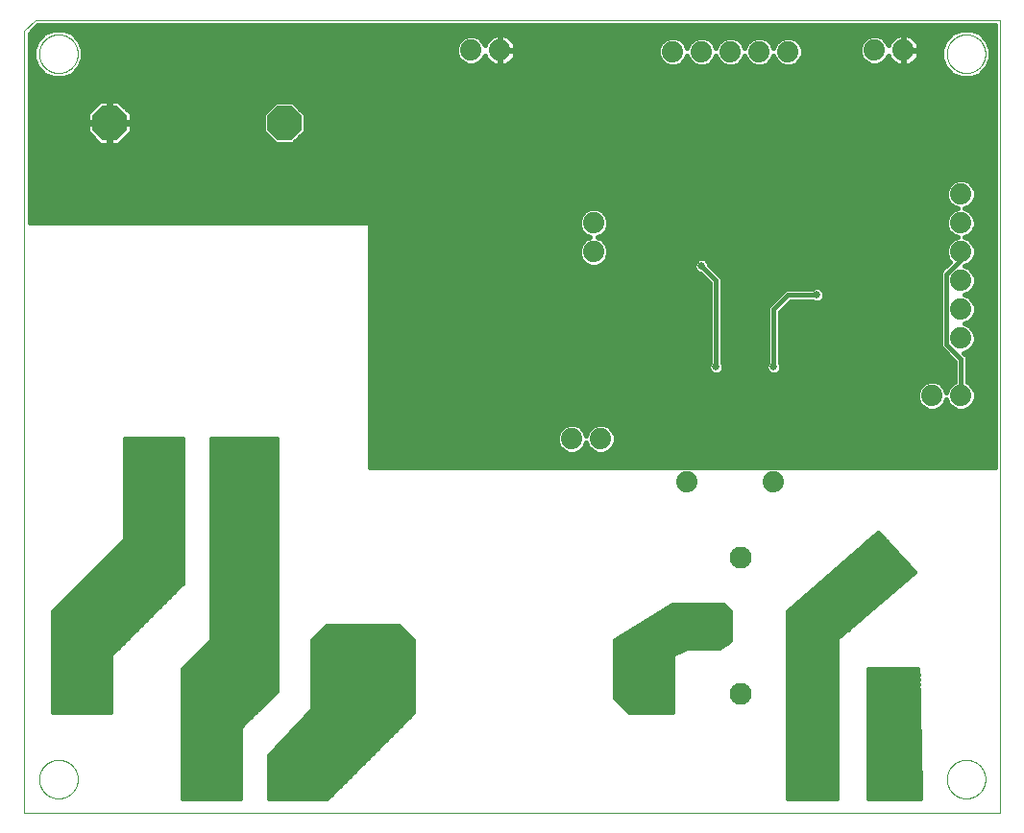
<source format=gbl>
G75*
%MOIN*%
%OFA0B0*%
%FSLAX25Y25*%
%IPPOS*%
%LPD*%
%AMOC8*
5,1,8,0,0,1.08239X$1,22.5*
%
%ADD10C,0.00000*%
%ADD11C,0.07400*%
%ADD12C,0.10000*%
%ADD13OC8,0.11811*%
%ADD14R,0.08000X0.08000*%
%ADD15C,0.08000*%
%ADD16C,0.07677*%
%ADD17OC8,0.05200*%
%ADD18C,0.02578*%
%ADD19C,0.01600*%
D10*
X0035219Y0001892D02*
X0035219Y0273546D01*
X0039156Y0277483D01*
X0373802Y0277483D01*
X0373802Y0001892D01*
X0035219Y0001892D01*
X0040337Y0013703D02*
X0040339Y0013867D01*
X0040345Y0014031D01*
X0040355Y0014195D01*
X0040369Y0014359D01*
X0040387Y0014522D01*
X0040409Y0014685D01*
X0040436Y0014847D01*
X0040466Y0015009D01*
X0040500Y0015169D01*
X0040538Y0015329D01*
X0040579Y0015488D01*
X0040625Y0015646D01*
X0040675Y0015802D01*
X0040728Y0015958D01*
X0040785Y0016112D01*
X0040846Y0016264D01*
X0040911Y0016415D01*
X0040980Y0016565D01*
X0041052Y0016712D01*
X0041127Y0016858D01*
X0041207Y0017002D01*
X0041289Y0017144D01*
X0041375Y0017284D01*
X0041465Y0017421D01*
X0041558Y0017557D01*
X0041654Y0017690D01*
X0041754Y0017821D01*
X0041856Y0017949D01*
X0041962Y0018075D01*
X0042071Y0018198D01*
X0042183Y0018318D01*
X0042297Y0018436D01*
X0042415Y0018550D01*
X0042535Y0018662D01*
X0042658Y0018771D01*
X0042784Y0018877D01*
X0042912Y0018979D01*
X0043043Y0019079D01*
X0043176Y0019175D01*
X0043312Y0019268D01*
X0043449Y0019358D01*
X0043589Y0019444D01*
X0043731Y0019526D01*
X0043875Y0019606D01*
X0044021Y0019681D01*
X0044168Y0019753D01*
X0044318Y0019822D01*
X0044469Y0019887D01*
X0044621Y0019948D01*
X0044775Y0020005D01*
X0044931Y0020058D01*
X0045087Y0020108D01*
X0045245Y0020154D01*
X0045404Y0020195D01*
X0045564Y0020233D01*
X0045724Y0020267D01*
X0045886Y0020297D01*
X0046048Y0020324D01*
X0046211Y0020346D01*
X0046374Y0020364D01*
X0046538Y0020378D01*
X0046702Y0020388D01*
X0046866Y0020394D01*
X0047030Y0020396D01*
X0047194Y0020394D01*
X0047358Y0020388D01*
X0047522Y0020378D01*
X0047686Y0020364D01*
X0047849Y0020346D01*
X0048012Y0020324D01*
X0048174Y0020297D01*
X0048336Y0020267D01*
X0048496Y0020233D01*
X0048656Y0020195D01*
X0048815Y0020154D01*
X0048973Y0020108D01*
X0049129Y0020058D01*
X0049285Y0020005D01*
X0049439Y0019948D01*
X0049591Y0019887D01*
X0049742Y0019822D01*
X0049892Y0019753D01*
X0050039Y0019681D01*
X0050185Y0019606D01*
X0050329Y0019526D01*
X0050471Y0019444D01*
X0050611Y0019358D01*
X0050748Y0019268D01*
X0050884Y0019175D01*
X0051017Y0019079D01*
X0051148Y0018979D01*
X0051276Y0018877D01*
X0051402Y0018771D01*
X0051525Y0018662D01*
X0051645Y0018550D01*
X0051763Y0018436D01*
X0051877Y0018318D01*
X0051989Y0018198D01*
X0052098Y0018075D01*
X0052204Y0017949D01*
X0052306Y0017821D01*
X0052406Y0017690D01*
X0052502Y0017557D01*
X0052595Y0017421D01*
X0052685Y0017284D01*
X0052771Y0017144D01*
X0052853Y0017002D01*
X0052933Y0016858D01*
X0053008Y0016712D01*
X0053080Y0016565D01*
X0053149Y0016415D01*
X0053214Y0016264D01*
X0053275Y0016112D01*
X0053332Y0015958D01*
X0053385Y0015802D01*
X0053435Y0015646D01*
X0053481Y0015488D01*
X0053522Y0015329D01*
X0053560Y0015169D01*
X0053594Y0015009D01*
X0053624Y0014847D01*
X0053651Y0014685D01*
X0053673Y0014522D01*
X0053691Y0014359D01*
X0053705Y0014195D01*
X0053715Y0014031D01*
X0053721Y0013867D01*
X0053723Y0013703D01*
X0053721Y0013539D01*
X0053715Y0013375D01*
X0053705Y0013211D01*
X0053691Y0013047D01*
X0053673Y0012884D01*
X0053651Y0012721D01*
X0053624Y0012559D01*
X0053594Y0012397D01*
X0053560Y0012237D01*
X0053522Y0012077D01*
X0053481Y0011918D01*
X0053435Y0011760D01*
X0053385Y0011604D01*
X0053332Y0011448D01*
X0053275Y0011294D01*
X0053214Y0011142D01*
X0053149Y0010991D01*
X0053080Y0010841D01*
X0053008Y0010694D01*
X0052933Y0010548D01*
X0052853Y0010404D01*
X0052771Y0010262D01*
X0052685Y0010122D01*
X0052595Y0009985D01*
X0052502Y0009849D01*
X0052406Y0009716D01*
X0052306Y0009585D01*
X0052204Y0009457D01*
X0052098Y0009331D01*
X0051989Y0009208D01*
X0051877Y0009088D01*
X0051763Y0008970D01*
X0051645Y0008856D01*
X0051525Y0008744D01*
X0051402Y0008635D01*
X0051276Y0008529D01*
X0051148Y0008427D01*
X0051017Y0008327D01*
X0050884Y0008231D01*
X0050748Y0008138D01*
X0050611Y0008048D01*
X0050471Y0007962D01*
X0050329Y0007880D01*
X0050185Y0007800D01*
X0050039Y0007725D01*
X0049892Y0007653D01*
X0049742Y0007584D01*
X0049591Y0007519D01*
X0049439Y0007458D01*
X0049285Y0007401D01*
X0049129Y0007348D01*
X0048973Y0007298D01*
X0048815Y0007252D01*
X0048656Y0007211D01*
X0048496Y0007173D01*
X0048336Y0007139D01*
X0048174Y0007109D01*
X0048012Y0007082D01*
X0047849Y0007060D01*
X0047686Y0007042D01*
X0047522Y0007028D01*
X0047358Y0007018D01*
X0047194Y0007012D01*
X0047030Y0007010D01*
X0046866Y0007012D01*
X0046702Y0007018D01*
X0046538Y0007028D01*
X0046374Y0007042D01*
X0046211Y0007060D01*
X0046048Y0007082D01*
X0045886Y0007109D01*
X0045724Y0007139D01*
X0045564Y0007173D01*
X0045404Y0007211D01*
X0045245Y0007252D01*
X0045087Y0007298D01*
X0044931Y0007348D01*
X0044775Y0007401D01*
X0044621Y0007458D01*
X0044469Y0007519D01*
X0044318Y0007584D01*
X0044168Y0007653D01*
X0044021Y0007725D01*
X0043875Y0007800D01*
X0043731Y0007880D01*
X0043589Y0007962D01*
X0043449Y0008048D01*
X0043312Y0008138D01*
X0043176Y0008231D01*
X0043043Y0008327D01*
X0042912Y0008427D01*
X0042784Y0008529D01*
X0042658Y0008635D01*
X0042535Y0008744D01*
X0042415Y0008856D01*
X0042297Y0008970D01*
X0042183Y0009088D01*
X0042071Y0009208D01*
X0041962Y0009331D01*
X0041856Y0009457D01*
X0041754Y0009585D01*
X0041654Y0009716D01*
X0041558Y0009849D01*
X0041465Y0009985D01*
X0041375Y0010122D01*
X0041289Y0010262D01*
X0041207Y0010404D01*
X0041127Y0010548D01*
X0041052Y0010694D01*
X0040980Y0010841D01*
X0040911Y0010991D01*
X0040846Y0011142D01*
X0040785Y0011294D01*
X0040728Y0011448D01*
X0040675Y0011604D01*
X0040625Y0011760D01*
X0040579Y0011918D01*
X0040538Y0012077D01*
X0040500Y0012237D01*
X0040466Y0012397D01*
X0040436Y0012559D01*
X0040409Y0012721D01*
X0040387Y0012884D01*
X0040369Y0013047D01*
X0040355Y0013211D01*
X0040345Y0013375D01*
X0040339Y0013539D01*
X0040337Y0013703D01*
X0355298Y0013703D02*
X0355300Y0013867D01*
X0355306Y0014031D01*
X0355316Y0014195D01*
X0355330Y0014359D01*
X0355348Y0014522D01*
X0355370Y0014685D01*
X0355397Y0014847D01*
X0355427Y0015009D01*
X0355461Y0015169D01*
X0355499Y0015329D01*
X0355540Y0015488D01*
X0355586Y0015646D01*
X0355636Y0015802D01*
X0355689Y0015958D01*
X0355746Y0016112D01*
X0355807Y0016264D01*
X0355872Y0016415D01*
X0355941Y0016565D01*
X0356013Y0016712D01*
X0356088Y0016858D01*
X0356168Y0017002D01*
X0356250Y0017144D01*
X0356336Y0017284D01*
X0356426Y0017421D01*
X0356519Y0017557D01*
X0356615Y0017690D01*
X0356715Y0017821D01*
X0356817Y0017949D01*
X0356923Y0018075D01*
X0357032Y0018198D01*
X0357144Y0018318D01*
X0357258Y0018436D01*
X0357376Y0018550D01*
X0357496Y0018662D01*
X0357619Y0018771D01*
X0357745Y0018877D01*
X0357873Y0018979D01*
X0358004Y0019079D01*
X0358137Y0019175D01*
X0358273Y0019268D01*
X0358410Y0019358D01*
X0358550Y0019444D01*
X0358692Y0019526D01*
X0358836Y0019606D01*
X0358982Y0019681D01*
X0359129Y0019753D01*
X0359279Y0019822D01*
X0359430Y0019887D01*
X0359582Y0019948D01*
X0359736Y0020005D01*
X0359892Y0020058D01*
X0360048Y0020108D01*
X0360206Y0020154D01*
X0360365Y0020195D01*
X0360525Y0020233D01*
X0360685Y0020267D01*
X0360847Y0020297D01*
X0361009Y0020324D01*
X0361172Y0020346D01*
X0361335Y0020364D01*
X0361499Y0020378D01*
X0361663Y0020388D01*
X0361827Y0020394D01*
X0361991Y0020396D01*
X0362155Y0020394D01*
X0362319Y0020388D01*
X0362483Y0020378D01*
X0362647Y0020364D01*
X0362810Y0020346D01*
X0362973Y0020324D01*
X0363135Y0020297D01*
X0363297Y0020267D01*
X0363457Y0020233D01*
X0363617Y0020195D01*
X0363776Y0020154D01*
X0363934Y0020108D01*
X0364090Y0020058D01*
X0364246Y0020005D01*
X0364400Y0019948D01*
X0364552Y0019887D01*
X0364703Y0019822D01*
X0364853Y0019753D01*
X0365000Y0019681D01*
X0365146Y0019606D01*
X0365290Y0019526D01*
X0365432Y0019444D01*
X0365572Y0019358D01*
X0365709Y0019268D01*
X0365845Y0019175D01*
X0365978Y0019079D01*
X0366109Y0018979D01*
X0366237Y0018877D01*
X0366363Y0018771D01*
X0366486Y0018662D01*
X0366606Y0018550D01*
X0366724Y0018436D01*
X0366838Y0018318D01*
X0366950Y0018198D01*
X0367059Y0018075D01*
X0367165Y0017949D01*
X0367267Y0017821D01*
X0367367Y0017690D01*
X0367463Y0017557D01*
X0367556Y0017421D01*
X0367646Y0017284D01*
X0367732Y0017144D01*
X0367814Y0017002D01*
X0367894Y0016858D01*
X0367969Y0016712D01*
X0368041Y0016565D01*
X0368110Y0016415D01*
X0368175Y0016264D01*
X0368236Y0016112D01*
X0368293Y0015958D01*
X0368346Y0015802D01*
X0368396Y0015646D01*
X0368442Y0015488D01*
X0368483Y0015329D01*
X0368521Y0015169D01*
X0368555Y0015009D01*
X0368585Y0014847D01*
X0368612Y0014685D01*
X0368634Y0014522D01*
X0368652Y0014359D01*
X0368666Y0014195D01*
X0368676Y0014031D01*
X0368682Y0013867D01*
X0368684Y0013703D01*
X0368682Y0013539D01*
X0368676Y0013375D01*
X0368666Y0013211D01*
X0368652Y0013047D01*
X0368634Y0012884D01*
X0368612Y0012721D01*
X0368585Y0012559D01*
X0368555Y0012397D01*
X0368521Y0012237D01*
X0368483Y0012077D01*
X0368442Y0011918D01*
X0368396Y0011760D01*
X0368346Y0011604D01*
X0368293Y0011448D01*
X0368236Y0011294D01*
X0368175Y0011142D01*
X0368110Y0010991D01*
X0368041Y0010841D01*
X0367969Y0010694D01*
X0367894Y0010548D01*
X0367814Y0010404D01*
X0367732Y0010262D01*
X0367646Y0010122D01*
X0367556Y0009985D01*
X0367463Y0009849D01*
X0367367Y0009716D01*
X0367267Y0009585D01*
X0367165Y0009457D01*
X0367059Y0009331D01*
X0366950Y0009208D01*
X0366838Y0009088D01*
X0366724Y0008970D01*
X0366606Y0008856D01*
X0366486Y0008744D01*
X0366363Y0008635D01*
X0366237Y0008529D01*
X0366109Y0008427D01*
X0365978Y0008327D01*
X0365845Y0008231D01*
X0365709Y0008138D01*
X0365572Y0008048D01*
X0365432Y0007962D01*
X0365290Y0007880D01*
X0365146Y0007800D01*
X0365000Y0007725D01*
X0364853Y0007653D01*
X0364703Y0007584D01*
X0364552Y0007519D01*
X0364400Y0007458D01*
X0364246Y0007401D01*
X0364090Y0007348D01*
X0363934Y0007298D01*
X0363776Y0007252D01*
X0363617Y0007211D01*
X0363457Y0007173D01*
X0363297Y0007139D01*
X0363135Y0007109D01*
X0362973Y0007082D01*
X0362810Y0007060D01*
X0362647Y0007042D01*
X0362483Y0007028D01*
X0362319Y0007018D01*
X0362155Y0007012D01*
X0361991Y0007010D01*
X0361827Y0007012D01*
X0361663Y0007018D01*
X0361499Y0007028D01*
X0361335Y0007042D01*
X0361172Y0007060D01*
X0361009Y0007082D01*
X0360847Y0007109D01*
X0360685Y0007139D01*
X0360525Y0007173D01*
X0360365Y0007211D01*
X0360206Y0007252D01*
X0360048Y0007298D01*
X0359892Y0007348D01*
X0359736Y0007401D01*
X0359582Y0007458D01*
X0359430Y0007519D01*
X0359279Y0007584D01*
X0359129Y0007653D01*
X0358982Y0007725D01*
X0358836Y0007800D01*
X0358692Y0007880D01*
X0358550Y0007962D01*
X0358410Y0008048D01*
X0358273Y0008138D01*
X0358137Y0008231D01*
X0358004Y0008327D01*
X0357873Y0008427D01*
X0357745Y0008529D01*
X0357619Y0008635D01*
X0357496Y0008744D01*
X0357376Y0008856D01*
X0357258Y0008970D01*
X0357144Y0009088D01*
X0357032Y0009208D01*
X0356923Y0009331D01*
X0356817Y0009457D01*
X0356715Y0009585D01*
X0356615Y0009716D01*
X0356519Y0009849D01*
X0356426Y0009985D01*
X0356336Y0010122D01*
X0356250Y0010262D01*
X0356168Y0010404D01*
X0356088Y0010548D01*
X0356013Y0010694D01*
X0355941Y0010841D01*
X0355872Y0010991D01*
X0355807Y0011142D01*
X0355746Y0011294D01*
X0355689Y0011448D01*
X0355636Y0011604D01*
X0355586Y0011760D01*
X0355540Y0011918D01*
X0355499Y0012077D01*
X0355461Y0012237D01*
X0355427Y0012397D01*
X0355397Y0012559D01*
X0355370Y0012721D01*
X0355348Y0012884D01*
X0355330Y0013047D01*
X0355316Y0013211D01*
X0355306Y0013375D01*
X0355300Y0013539D01*
X0355298Y0013703D01*
X0355298Y0265672D02*
X0355300Y0265836D01*
X0355306Y0266000D01*
X0355316Y0266164D01*
X0355330Y0266328D01*
X0355348Y0266491D01*
X0355370Y0266654D01*
X0355397Y0266816D01*
X0355427Y0266978D01*
X0355461Y0267138D01*
X0355499Y0267298D01*
X0355540Y0267457D01*
X0355586Y0267615D01*
X0355636Y0267771D01*
X0355689Y0267927D01*
X0355746Y0268081D01*
X0355807Y0268233D01*
X0355872Y0268384D01*
X0355941Y0268534D01*
X0356013Y0268681D01*
X0356088Y0268827D01*
X0356168Y0268971D01*
X0356250Y0269113D01*
X0356336Y0269253D01*
X0356426Y0269390D01*
X0356519Y0269526D01*
X0356615Y0269659D01*
X0356715Y0269790D01*
X0356817Y0269918D01*
X0356923Y0270044D01*
X0357032Y0270167D01*
X0357144Y0270287D01*
X0357258Y0270405D01*
X0357376Y0270519D01*
X0357496Y0270631D01*
X0357619Y0270740D01*
X0357745Y0270846D01*
X0357873Y0270948D01*
X0358004Y0271048D01*
X0358137Y0271144D01*
X0358273Y0271237D01*
X0358410Y0271327D01*
X0358550Y0271413D01*
X0358692Y0271495D01*
X0358836Y0271575D01*
X0358982Y0271650D01*
X0359129Y0271722D01*
X0359279Y0271791D01*
X0359430Y0271856D01*
X0359582Y0271917D01*
X0359736Y0271974D01*
X0359892Y0272027D01*
X0360048Y0272077D01*
X0360206Y0272123D01*
X0360365Y0272164D01*
X0360525Y0272202D01*
X0360685Y0272236D01*
X0360847Y0272266D01*
X0361009Y0272293D01*
X0361172Y0272315D01*
X0361335Y0272333D01*
X0361499Y0272347D01*
X0361663Y0272357D01*
X0361827Y0272363D01*
X0361991Y0272365D01*
X0362155Y0272363D01*
X0362319Y0272357D01*
X0362483Y0272347D01*
X0362647Y0272333D01*
X0362810Y0272315D01*
X0362973Y0272293D01*
X0363135Y0272266D01*
X0363297Y0272236D01*
X0363457Y0272202D01*
X0363617Y0272164D01*
X0363776Y0272123D01*
X0363934Y0272077D01*
X0364090Y0272027D01*
X0364246Y0271974D01*
X0364400Y0271917D01*
X0364552Y0271856D01*
X0364703Y0271791D01*
X0364853Y0271722D01*
X0365000Y0271650D01*
X0365146Y0271575D01*
X0365290Y0271495D01*
X0365432Y0271413D01*
X0365572Y0271327D01*
X0365709Y0271237D01*
X0365845Y0271144D01*
X0365978Y0271048D01*
X0366109Y0270948D01*
X0366237Y0270846D01*
X0366363Y0270740D01*
X0366486Y0270631D01*
X0366606Y0270519D01*
X0366724Y0270405D01*
X0366838Y0270287D01*
X0366950Y0270167D01*
X0367059Y0270044D01*
X0367165Y0269918D01*
X0367267Y0269790D01*
X0367367Y0269659D01*
X0367463Y0269526D01*
X0367556Y0269390D01*
X0367646Y0269253D01*
X0367732Y0269113D01*
X0367814Y0268971D01*
X0367894Y0268827D01*
X0367969Y0268681D01*
X0368041Y0268534D01*
X0368110Y0268384D01*
X0368175Y0268233D01*
X0368236Y0268081D01*
X0368293Y0267927D01*
X0368346Y0267771D01*
X0368396Y0267615D01*
X0368442Y0267457D01*
X0368483Y0267298D01*
X0368521Y0267138D01*
X0368555Y0266978D01*
X0368585Y0266816D01*
X0368612Y0266654D01*
X0368634Y0266491D01*
X0368652Y0266328D01*
X0368666Y0266164D01*
X0368676Y0266000D01*
X0368682Y0265836D01*
X0368684Y0265672D01*
X0368682Y0265508D01*
X0368676Y0265344D01*
X0368666Y0265180D01*
X0368652Y0265016D01*
X0368634Y0264853D01*
X0368612Y0264690D01*
X0368585Y0264528D01*
X0368555Y0264366D01*
X0368521Y0264206D01*
X0368483Y0264046D01*
X0368442Y0263887D01*
X0368396Y0263729D01*
X0368346Y0263573D01*
X0368293Y0263417D01*
X0368236Y0263263D01*
X0368175Y0263111D01*
X0368110Y0262960D01*
X0368041Y0262810D01*
X0367969Y0262663D01*
X0367894Y0262517D01*
X0367814Y0262373D01*
X0367732Y0262231D01*
X0367646Y0262091D01*
X0367556Y0261954D01*
X0367463Y0261818D01*
X0367367Y0261685D01*
X0367267Y0261554D01*
X0367165Y0261426D01*
X0367059Y0261300D01*
X0366950Y0261177D01*
X0366838Y0261057D01*
X0366724Y0260939D01*
X0366606Y0260825D01*
X0366486Y0260713D01*
X0366363Y0260604D01*
X0366237Y0260498D01*
X0366109Y0260396D01*
X0365978Y0260296D01*
X0365845Y0260200D01*
X0365709Y0260107D01*
X0365572Y0260017D01*
X0365432Y0259931D01*
X0365290Y0259849D01*
X0365146Y0259769D01*
X0365000Y0259694D01*
X0364853Y0259622D01*
X0364703Y0259553D01*
X0364552Y0259488D01*
X0364400Y0259427D01*
X0364246Y0259370D01*
X0364090Y0259317D01*
X0363934Y0259267D01*
X0363776Y0259221D01*
X0363617Y0259180D01*
X0363457Y0259142D01*
X0363297Y0259108D01*
X0363135Y0259078D01*
X0362973Y0259051D01*
X0362810Y0259029D01*
X0362647Y0259011D01*
X0362483Y0258997D01*
X0362319Y0258987D01*
X0362155Y0258981D01*
X0361991Y0258979D01*
X0361827Y0258981D01*
X0361663Y0258987D01*
X0361499Y0258997D01*
X0361335Y0259011D01*
X0361172Y0259029D01*
X0361009Y0259051D01*
X0360847Y0259078D01*
X0360685Y0259108D01*
X0360525Y0259142D01*
X0360365Y0259180D01*
X0360206Y0259221D01*
X0360048Y0259267D01*
X0359892Y0259317D01*
X0359736Y0259370D01*
X0359582Y0259427D01*
X0359430Y0259488D01*
X0359279Y0259553D01*
X0359129Y0259622D01*
X0358982Y0259694D01*
X0358836Y0259769D01*
X0358692Y0259849D01*
X0358550Y0259931D01*
X0358410Y0260017D01*
X0358273Y0260107D01*
X0358137Y0260200D01*
X0358004Y0260296D01*
X0357873Y0260396D01*
X0357745Y0260498D01*
X0357619Y0260604D01*
X0357496Y0260713D01*
X0357376Y0260825D01*
X0357258Y0260939D01*
X0357144Y0261057D01*
X0357032Y0261177D01*
X0356923Y0261300D01*
X0356817Y0261426D01*
X0356715Y0261554D01*
X0356615Y0261685D01*
X0356519Y0261818D01*
X0356426Y0261954D01*
X0356336Y0262091D01*
X0356250Y0262231D01*
X0356168Y0262373D01*
X0356088Y0262517D01*
X0356013Y0262663D01*
X0355941Y0262810D01*
X0355872Y0262960D01*
X0355807Y0263111D01*
X0355746Y0263263D01*
X0355689Y0263417D01*
X0355636Y0263573D01*
X0355586Y0263729D01*
X0355540Y0263887D01*
X0355499Y0264046D01*
X0355461Y0264206D01*
X0355427Y0264366D01*
X0355397Y0264528D01*
X0355370Y0264690D01*
X0355348Y0264853D01*
X0355330Y0265016D01*
X0355316Y0265180D01*
X0355306Y0265344D01*
X0355300Y0265508D01*
X0355298Y0265672D01*
X0040337Y0265672D02*
X0040339Y0265836D01*
X0040345Y0266000D01*
X0040355Y0266164D01*
X0040369Y0266328D01*
X0040387Y0266491D01*
X0040409Y0266654D01*
X0040436Y0266816D01*
X0040466Y0266978D01*
X0040500Y0267138D01*
X0040538Y0267298D01*
X0040579Y0267457D01*
X0040625Y0267615D01*
X0040675Y0267771D01*
X0040728Y0267927D01*
X0040785Y0268081D01*
X0040846Y0268233D01*
X0040911Y0268384D01*
X0040980Y0268534D01*
X0041052Y0268681D01*
X0041127Y0268827D01*
X0041207Y0268971D01*
X0041289Y0269113D01*
X0041375Y0269253D01*
X0041465Y0269390D01*
X0041558Y0269526D01*
X0041654Y0269659D01*
X0041754Y0269790D01*
X0041856Y0269918D01*
X0041962Y0270044D01*
X0042071Y0270167D01*
X0042183Y0270287D01*
X0042297Y0270405D01*
X0042415Y0270519D01*
X0042535Y0270631D01*
X0042658Y0270740D01*
X0042784Y0270846D01*
X0042912Y0270948D01*
X0043043Y0271048D01*
X0043176Y0271144D01*
X0043312Y0271237D01*
X0043449Y0271327D01*
X0043589Y0271413D01*
X0043731Y0271495D01*
X0043875Y0271575D01*
X0044021Y0271650D01*
X0044168Y0271722D01*
X0044318Y0271791D01*
X0044469Y0271856D01*
X0044621Y0271917D01*
X0044775Y0271974D01*
X0044931Y0272027D01*
X0045087Y0272077D01*
X0045245Y0272123D01*
X0045404Y0272164D01*
X0045564Y0272202D01*
X0045724Y0272236D01*
X0045886Y0272266D01*
X0046048Y0272293D01*
X0046211Y0272315D01*
X0046374Y0272333D01*
X0046538Y0272347D01*
X0046702Y0272357D01*
X0046866Y0272363D01*
X0047030Y0272365D01*
X0047194Y0272363D01*
X0047358Y0272357D01*
X0047522Y0272347D01*
X0047686Y0272333D01*
X0047849Y0272315D01*
X0048012Y0272293D01*
X0048174Y0272266D01*
X0048336Y0272236D01*
X0048496Y0272202D01*
X0048656Y0272164D01*
X0048815Y0272123D01*
X0048973Y0272077D01*
X0049129Y0272027D01*
X0049285Y0271974D01*
X0049439Y0271917D01*
X0049591Y0271856D01*
X0049742Y0271791D01*
X0049892Y0271722D01*
X0050039Y0271650D01*
X0050185Y0271575D01*
X0050329Y0271495D01*
X0050471Y0271413D01*
X0050611Y0271327D01*
X0050748Y0271237D01*
X0050884Y0271144D01*
X0051017Y0271048D01*
X0051148Y0270948D01*
X0051276Y0270846D01*
X0051402Y0270740D01*
X0051525Y0270631D01*
X0051645Y0270519D01*
X0051763Y0270405D01*
X0051877Y0270287D01*
X0051989Y0270167D01*
X0052098Y0270044D01*
X0052204Y0269918D01*
X0052306Y0269790D01*
X0052406Y0269659D01*
X0052502Y0269526D01*
X0052595Y0269390D01*
X0052685Y0269253D01*
X0052771Y0269113D01*
X0052853Y0268971D01*
X0052933Y0268827D01*
X0053008Y0268681D01*
X0053080Y0268534D01*
X0053149Y0268384D01*
X0053214Y0268233D01*
X0053275Y0268081D01*
X0053332Y0267927D01*
X0053385Y0267771D01*
X0053435Y0267615D01*
X0053481Y0267457D01*
X0053522Y0267298D01*
X0053560Y0267138D01*
X0053594Y0266978D01*
X0053624Y0266816D01*
X0053651Y0266654D01*
X0053673Y0266491D01*
X0053691Y0266328D01*
X0053705Y0266164D01*
X0053715Y0266000D01*
X0053721Y0265836D01*
X0053723Y0265672D01*
X0053721Y0265508D01*
X0053715Y0265344D01*
X0053705Y0265180D01*
X0053691Y0265016D01*
X0053673Y0264853D01*
X0053651Y0264690D01*
X0053624Y0264528D01*
X0053594Y0264366D01*
X0053560Y0264206D01*
X0053522Y0264046D01*
X0053481Y0263887D01*
X0053435Y0263729D01*
X0053385Y0263573D01*
X0053332Y0263417D01*
X0053275Y0263263D01*
X0053214Y0263111D01*
X0053149Y0262960D01*
X0053080Y0262810D01*
X0053008Y0262663D01*
X0052933Y0262517D01*
X0052853Y0262373D01*
X0052771Y0262231D01*
X0052685Y0262091D01*
X0052595Y0261954D01*
X0052502Y0261818D01*
X0052406Y0261685D01*
X0052306Y0261554D01*
X0052204Y0261426D01*
X0052098Y0261300D01*
X0051989Y0261177D01*
X0051877Y0261057D01*
X0051763Y0260939D01*
X0051645Y0260825D01*
X0051525Y0260713D01*
X0051402Y0260604D01*
X0051276Y0260498D01*
X0051148Y0260396D01*
X0051017Y0260296D01*
X0050884Y0260200D01*
X0050748Y0260107D01*
X0050611Y0260017D01*
X0050471Y0259931D01*
X0050329Y0259849D01*
X0050185Y0259769D01*
X0050039Y0259694D01*
X0049892Y0259622D01*
X0049742Y0259553D01*
X0049591Y0259488D01*
X0049439Y0259427D01*
X0049285Y0259370D01*
X0049129Y0259317D01*
X0048973Y0259267D01*
X0048815Y0259221D01*
X0048656Y0259180D01*
X0048496Y0259142D01*
X0048336Y0259108D01*
X0048174Y0259078D01*
X0048012Y0259051D01*
X0047849Y0259029D01*
X0047686Y0259011D01*
X0047522Y0258997D01*
X0047358Y0258987D01*
X0047194Y0258981D01*
X0047030Y0258979D01*
X0046866Y0258981D01*
X0046702Y0258987D01*
X0046538Y0258997D01*
X0046374Y0259011D01*
X0046211Y0259029D01*
X0046048Y0259051D01*
X0045886Y0259078D01*
X0045724Y0259108D01*
X0045564Y0259142D01*
X0045404Y0259180D01*
X0045245Y0259221D01*
X0045087Y0259267D01*
X0044931Y0259317D01*
X0044775Y0259370D01*
X0044621Y0259427D01*
X0044469Y0259488D01*
X0044318Y0259553D01*
X0044168Y0259622D01*
X0044021Y0259694D01*
X0043875Y0259769D01*
X0043731Y0259849D01*
X0043589Y0259931D01*
X0043449Y0260017D01*
X0043312Y0260107D01*
X0043176Y0260200D01*
X0043043Y0260296D01*
X0042912Y0260396D01*
X0042784Y0260498D01*
X0042658Y0260604D01*
X0042535Y0260713D01*
X0042415Y0260825D01*
X0042297Y0260939D01*
X0042183Y0261057D01*
X0042071Y0261177D01*
X0041962Y0261300D01*
X0041856Y0261426D01*
X0041754Y0261554D01*
X0041654Y0261685D01*
X0041558Y0261818D01*
X0041465Y0261954D01*
X0041375Y0262091D01*
X0041289Y0262231D01*
X0041207Y0262373D01*
X0041127Y0262517D01*
X0041052Y0262663D01*
X0040980Y0262810D01*
X0040911Y0262960D01*
X0040846Y0263111D01*
X0040785Y0263263D01*
X0040728Y0263417D01*
X0040675Y0263573D01*
X0040625Y0263729D01*
X0040579Y0263887D01*
X0040538Y0264046D01*
X0040500Y0264206D01*
X0040466Y0264366D01*
X0040436Y0264528D01*
X0040409Y0264690D01*
X0040387Y0264853D01*
X0040369Y0265016D01*
X0040355Y0265180D01*
X0040345Y0265344D01*
X0040339Y0265508D01*
X0040337Y0265672D01*
D11*
X0190219Y0266892D03*
X0200219Y0266892D03*
X0260219Y0266390D03*
X0270219Y0266390D03*
X0280219Y0266390D03*
X0290219Y0266390D03*
X0300219Y0266390D03*
X0330219Y0266892D03*
X0340219Y0266892D03*
X0360219Y0216892D03*
X0360219Y0206892D03*
X0360219Y0196892D03*
X0360219Y0186892D03*
X0360219Y0176892D03*
X0360219Y0166892D03*
X0360219Y0146892D03*
X0350219Y0146892D03*
X0295219Y0116892D03*
X0265219Y0116892D03*
X0235219Y0131892D03*
X0225219Y0131892D03*
X0232719Y0196892D03*
X0232719Y0206892D03*
D12*
X0114825Y0125947D02*
X0104825Y0125947D01*
X0085140Y0125947D02*
X0075140Y0125947D01*
X0055919Y0056892D02*
X0055919Y0046892D01*
X0144519Y0046892D02*
X0144519Y0056892D01*
X0160919Y0056892D02*
X0160919Y0046892D01*
X0249519Y0046892D02*
X0249519Y0056892D01*
D13*
X0125298Y0241695D03*
X0064668Y0241695D03*
D14*
X0105219Y0014392D03*
X0313469Y0015392D03*
D15*
X0333154Y0015392D03*
X0124904Y0014392D03*
D16*
X0275967Y0066892D03*
X0283841Y0043270D03*
X0331872Y0043270D03*
X0331872Y0090514D03*
X0283841Y0090514D03*
D17*
X0110219Y0091892D03*
X0080219Y0091892D03*
D18*
X0190219Y0141892D03*
X0190219Y0146892D03*
X0195219Y0146892D03*
X0195219Y0141892D03*
X0270219Y0191892D03*
X0310219Y0181892D03*
X0295219Y0156892D03*
X0275219Y0156892D03*
X0320219Y0126892D03*
X0325219Y0126892D03*
X0340219Y0156892D03*
X0345219Y0156892D03*
X0330219Y0226892D03*
X0325219Y0226892D03*
X0325219Y0231892D03*
X0330219Y0231892D03*
D19*
X0355895Y0219781D02*
X0355119Y0217907D01*
X0355119Y0215878D01*
X0355895Y0214003D01*
X0357330Y0212569D01*
X0358963Y0211892D01*
X0357330Y0211216D01*
X0355895Y0209781D01*
X0355119Y0207907D01*
X0355119Y0205878D01*
X0355895Y0204003D01*
X0357330Y0202569D01*
X0358963Y0201892D01*
X0357330Y0201216D01*
X0355895Y0199781D01*
X0355119Y0197907D01*
X0355119Y0195878D01*
X0355895Y0194003D01*
X0356451Y0193448D01*
X0354208Y0191205D01*
X0352919Y0189916D01*
X0352919Y0163868D01*
X0358019Y0158768D01*
X0358019Y0151501D01*
X0357330Y0151216D01*
X0355895Y0149781D01*
X0355219Y0148148D01*
X0354543Y0149781D01*
X0353108Y0151216D01*
X0351233Y0151992D01*
X0349204Y0151992D01*
X0347330Y0151216D01*
X0345895Y0149781D01*
X0345119Y0147907D01*
X0345119Y0145878D01*
X0345895Y0144003D01*
X0347330Y0142569D01*
X0349204Y0141792D01*
X0351233Y0141792D01*
X0353108Y0142569D01*
X0354543Y0144003D01*
X0355219Y0145636D01*
X0355895Y0144003D01*
X0357330Y0142569D01*
X0359204Y0141792D01*
X0361233Y0141792D01*
X0363108Y0142569D01*
X0364543Y0144003D01*
X0365319Y0145878D01*
X0365319Y0147907D01*
X0364543Y0149781D01*
X0363108Y0151216D01*
X0362419Y0151501D01*
X0362419Y0160591D01*
X0361218Y0161792D01*
X0361233Y0161792D01*
X0363108Y0162569D01*
X0364543Y0164003D01*
X0365319Y0165878D01*
X0365319Y0167907D01*
X0364543Y0169781D01*
X0363108Y0171216D01*
X0361475Y0171892D01*
X0363108Y0172569D01*
X0364543Y0174003D01*
X0365319Y0175878D01*
X0365319Y0177907D01*
X0364543Y0179781D01*
X0363108Y0181216D01*
X0361475Y0181892D01*
X0363108Y0182569D01*
X0364543Y0184003D01*
X0365319Y0185878D01*
X0365319Y0187907D01*
X0364543Y0189781D01*
X0363108Y0191216D01*
X0361475Y0191892D01*
X0363108Y0192569D01*
X0364543Y0194003D01*
X0365319Y0195878D01*
X0365319Y0197907D01*
X0364543Y0199781D01*
X0363108Y0201216D01*
X0361475Y0201892D01*
X0363108Y0202569D01*
X0364543Y0204003D01*
X0365319Y0205878D01*
X0365319Y0207907D01*
X0364543Y0209781D01*
X0363108Y0211216D01*
X0361475Y0211892D01*
X0363108Y0212569D01*
X0364543Y0214003D01*
X0365319Y0215878D01*
X0365319Y0217907D01*
X0364543Y0219781D01*
X0363108Y0221216D01*
X0361233Y0221992D01*
X0359204Y0221992D01*
X0357330Y0221216D01*
X0355895Y0219781D01*
X0355692Y0219290D02*
X0037019Y0219290D01*
X0037019Y0220888D02*
X0357003Y0220888D01*
X0355119Y0217691D02*
X0037019Y0217691D01*
X0037019Y0216093D02*
X0355119Y0216093D01*
X0355692Y0214494D02*
X0037019Y0214494D01*
X0037019Y0212896D02*
X0357003Y0212896D01*
X0357527Y0211297D02*
X0235411Y0211297D01*
X0235608Y0211216D02*
X0233733Y0211992D01*
X0231704Y0211992D01*
X0229830Y0211216D01*
X0228395Y0209781D01*
X0227619Y0207907D01*
X0227619Y0205878D01*
X0228395Y0204003D01*
X0229830Y0202569D01*
X0231463Y0201892D01*
X0229830Y0201216D01*
X0228395Y0199781D01*
X0227619Y0197907D01*
X0227619Y0195878D01*
X0228395Y0194003D01*
X0229830Y0192569D01*
X0231704Y0191792D01*
X0233733Y0191792D01*
X0235608Y0192569D01*
X0237043Y0194003D01*
X0237819Y0195878D01*
X0237819Y0197907D01*
X0237043Y0199781D01*
X0235608Y0201216D01*
X0233975Y0201892D01*
X0235608Y0202569D01*
X0237043Y0204003D01*
X0237819Y0205878D01*
X0237819Y0207907D01*
X0237043Y0209781D01*
X0235608Y0211216D01*
X0237077Y0209699D02*
X0355861Y0209699D01*
X0355199Y0208100D02*
X0237739Y0208100D01*
X0237819Y0206502D02*
X0355119Y0206502D01*
X0355523Y0204903D02*
X0237415Y0204903D01*
X0236344Y0203305D02*
X0356594Y0203305D01*
X0358514Y0201706D02*
X0234424Y0201706D01*
X0236716Y0200108D02*
X0356222Y0200108D01*
X0355368Y0198509D02*
X0237569Y0198509D01*
X0237819Y0196911D02*
X0355119Y0196911D01*
X0355353Y0195312D02*
X0237585Y0195312D01*
X0236753Y0193713D02*
X0268238Y0193713D01*
X0267939Y0193415D02*
X0267530Y0192427D01*
X0267530Y0191357D01*
X0267939Y0190369D01*
X0268696Y0189613D01*
X0269684Y0189203D01*
X0269797Y0189203D01*
X0273019Y0185981D01*
X0273019Y0158495D01*
X0272939Y0158415D01*
X0272530Y0157427D01*
X0272530Y0156357D01*
X0272939Y0155369D01*
X0273696Y0154613D01*
X0274684Y0154203D01*
X0275754Y0154203D01*
X0276742Y0154613D01*
X0277499Y0155369D01*
X0277908Y0156357D01*
X0277908Y0157427D01*
X0277499Y0158415D01*
X0277419Y0158495D01*
X0277419Y0187803D01*
X0276130Y0189092D01*
X0272908Y0192314D01*
X0272908Y0192427D01*
X0272499Y0193415D01*
X0271742Y0194172D01*
X0270754Y0194581D01*
X0269684Y0194581D01*
X0268696Y0194172D01*
X0267939Y0193415D01*
X0267530Y0192115D02*
X0234513Y0192115D01*
X0230925Y0192115D02*
X0155219Y0192115D01*
X0155219Y0193713D02*
X0228685Y0193713D01*
X0227853Y0195312D02*
X0155219Y0195312D01*
X0155219Y0196911D02*
X0227619Y0196911D01*
X0227868Y0198509D02*
X0155219Y0198509D01*
X0155219Y0200108D02*
X0228722Y0200108D01*
X0231014Y0201706D02*
X0155219Y0201706D01*
X0155219Y0203305D02*
X0229094Y0203305D01*
X0228023Y0204903D02*
X0155219Y0204903D01*
X0155219Y0206502D02*
X0227619Y0206502D01*
X0227699Y0208100D02*
X0037019Y0208100D01*
X0037019Y0206892D02*
X0037019Y0272800D01*
X0039902Y0275683D01*
X0372002Y0275683D01*
X0372002Y0121892D01*
X0296475Y0121892D01*
X0296233Y0121992D01*
X0294204Y0121992D01*
X0293963Y0121892D01*
X0266475Y0121892D01*
X0266233Y0121992D01*
X0264204Y0121992D01*
X0263963Y0121892D01*
X0155219Y0121892D01*
X0155219Y0206892D01*
X0037019Y0206892D01*
X0037019Y0209699D02*
X0228361Y0209699D01*
X0230027Y0211297D02*
X0037019Y0211297D01*
X0037019Y0222487D02*
X0372002Y0222487D01*
X0372002Y0224085D02*
X0037019Y0224085D01*
X0037019Y0225684D02*
X0372002Y0225684D01*
X0372002Y0227282D02*
X0037019Y0227282D01*
X0037019Y0228881D02*
X0372002Y0228881D01*
X0372002Y0230479D02*
X0037019Y0230479D01*
X0037019Y0232078D02*
X0372002Y0232078D01*
X0372002Y0233676D02*
X0037019Y0233676D01*
X0037019Y0235275D02*
X0060191Y0235275D01*
X0061476Y0233990D02*
X0064287Y0233990D01*
X0064287Y0241314D01*
X0065049Y0241314D01*
X0065049Y0242076D01*
X0072373Y0242076D01*
X0072373Y0244887D01*
X0067859Y0249401D01*
X0065049Y0249401D01*
X0065049Y0242076D01*
X0064287Y0242076D01*
X0064287Y0241314D01*
X0056962Y0241314D01*
X0056962Y0238504D01*
X0061476Y0233990D01*
X0064287Y0235275D02*
X0065049Y0235275D01*
X0065049Y0233990D02*
X0067859Y0233990D01*
X0072373Y0238504D01*
X0072373Y0241314D01*
X0065049Y0241314D01*
X0065049Y0233990D01*
X0065049Y0236873D02*
X0064287Y0236873D01*
X0064287Y0238472D02*
X0065049Y0238472D01*
X0065049Y0240070D02*
X0064287Y0240070D01*
X0064287Y0241669D02*
X0037019Y0241669D01*
X0037019Y0243267D02*
X0056962Y0243267D01*
X0056962Y0242076D02*
X0064287Y0242076D01*
X0064287Y0249401D01*
X0061476Y0249401D01*
X0056962Y0244887D01*
X0056962Y0242076D01*
X0056962Y0240070D02*
X0037019Y0240070D01*
X0037019Y0238472D02*
X0056994Y0238472D01*
X0058593Y0236873D02*
X0037019Y0236873D01*
X0037019Y0244866D02*
X0056962Y0244866D01*
X0058540Y0246464D02*
X0037019Y0246464D01*
X0037019Y0248063D02*
X0060138Y0248063D01*
X0064287Y0248063D02*
X0065049Y0248063D01*
X0065049Y0246464D02*
X0064287Y0246464D01*
X0064287Y0244866D02*
X0065049Y0244866D01*
X0065049Y0243267D02*
X0064287Y0243267D01*
X0065049Y0241669D02*
X0117992Y0241669D01*
X0117992Y0243267D02*
X0072373Y0243267D01*
X0072373Y0244866D02*
X0118137Y0244866D01*
X0117992Y0244721D02*
X0117992Y0238669D01*
X0122272Y0234390D01*
X0128324Y0234390D01*
X0132603Y0238669D01*
X0132603Y0244721D01*
X0128324Y0249001D01*
X0122272Y0249001D01*
X0117992Y0244721D01*
X0119735Y0246464D02*
X0070796Y0246464D01*
X0069197Y0248063D02*
X0121334Y0248063D01*
X0129262Y0248063D02*
X0372002Y0248063D01*
X0372002Y0249661D02*
X0037019Y0249661D01*
X0037019Y0251260D02*
X0372002Y0251260D01*
X0372002Y0252858D02*
X0037019Y0252858D01*
X0037019Y0254457D02*
X0372002Y0254457D01*
X0372002Y0256055D02*
X0037019Y0256055D01*
X0037019Y0257654D02*
X0044193Y0257654D01*
X0045341Y0257179D02*
X0048719Y0257179D01*
X0051841Y0258472D01*
X0054230Y0260861D01*
X0055523Y0263982D01*
X0055523Y0267361D01*
X0054230Y0270482D01*
X0051841Y0272872D01*
X0048719Y0274165D01*
X0045341Y0274165D01*
X0042219Y0272872D01*
X0039830Y0270482D01*
X0038537Y0267361D01*
X0038537Y0263982D01*
X0039830Y0260861D01*
X0042219Y0258472D01*
X0045341Y0257179D01*
X0041438Y0259252D02*
X0037019Y0259252D01*
X0037019Y0260851D02*
X0039840Y0260851D01*
X0039172Y0262449D02*
X0037019Y0262449D01*
X0037019Y0264048D02*
X0038537Y0264048D01*
X0038537Y0265646D02*
X0037019Y0265646D01*
X0037019Y0267245D02*
X0038537Y0267245D01*
X0039151Y0268844D02*
X0037019Y0268844D01*
X0037019Y0270442D02*
X0039813Y0270442D01*
X0041388Y0272041D02*
X0037019Y0272041D01*
X0037858Y0273639D02*
X0044072Y0273639D01*
X0039456Y0275238D02*
X0372002Y0275238D01*
X0372002Y0273639D02*
X0364949Y0273639D01*
X0363680Y0274165D02*
X0360301Y0274165D01*
X0357180Y0272872D01*
X0354791Y0270482D01*
X0353498Y0267361D01*
X0353498Y0263982D01*
X0354791Y0260861D01*
X0357180Y0258472D01*
X0360301Y0257179D01*
X0363680Y0257179D01*
X0366801Y0258472D01*
X0369191Y0260861D01*
X0370484Y0263982D01*
X0370484Y0267361D01*
X0369191Y0270482D01*
X0366801Y0272872D01*
X0363680Y0274165D01*
X0367632Y0272041D02*
X0372002Y0272041D01*
X0372002Y0270442D02*
X0369207Y0270442D01*
X0369869Y0268844D02*
X0372002Y0268844D01*
X0372002Y0267245D02*
X0370484Y0267245D01*
X0370484Y0265646D02*
X0372002Y0265646D01*
X0372002Y0264048D02*
X0370484Y0264048D01*
X0369849Y0262449D02*
X0372002Y0262449D01*
X0372002Y0260851D02*
X0369181Y0260851D01*
X0367582Y0259252D02*
X0372002Y0259252D01*
X0372002Y0257654D02*
X0364827Y0257654D01*
X0359154Y0257654D02*
X0049867Y0257654D01*
X0052622Y0259252D02*
X0356399Y0259252D01*
X0354800Y0260851D02*
X0054220Y0260851D01*
X0054888Y0262449D02*
X0187618Y0262449D01*
X0187330Y0262569D02*
X0189204Y0261792D01*
X0191233Y0261792D01*
X0193108Y0262569D01*
X0194543Y0264003D01*
X0195009Y0265129D01*
X0195122Y0264781D01*
X0195515Y0264009D01*
X0196024Y0263309D01*
X0196636Y0262697D01*
X0197336Y0262188D01*
X0198108Y0261795D01*
X0198931Y0261528D01*
X0199786Y0261392D01*
X0200019Y0261392D01*
X0200019Y0266692D01*
X0200419Y0266692D01*
X0200419Y0261392D01*
X0200652Y0261392D01*
X0201507Y0261528D01*
X0202330Y0261795D01*
X0203102Y0262188D01*
X0203802Y0262697D01*
X0204414Y0263309D01*
X0204923Y0264009D01*
X0205316Y0264781D01*
X0205584Y0265604D01*
X0205719Y0266459D01*
X0205719Y0266692D01*
X0200419Y0266692D01*
X0200419Y0267092D01*
X0205719Y0267092D01*
X0205719Y0267325D01*
X0205584Y0268180D01*
X0205316Y0269003D01*
X0204923Y0269775D01*
X0204414Y0270475D01*
X0203802Y0271087D01*
X0203102Y0271596D01*
X0202330Y0271989D01*
X0201507Y0272257D01*
X0200652Y0272392D01*
X0200419Y0272392D01*
X0200419Y0267092D01*
X0200019Y0267092D01*
X0200019Y0272392D01*
X0199786Y0272392D01*
X0198931Y0272257D01*
X0198108Y0271989D01*
X0197336Y0271596D01*
X0196636Y0271087D01*
X0196024Y0270475D01*
X0195515Y0269775D01*
X0195122Y0269003D01*
X0195009Y0268655D01*
X0194543Y0269781D01*
X0193108Y0271216D01*
X0191233Y0271992D01*
X0189204Y0271992D01*
X0187330Y0271216D01*
X0185895Y0269781D01*
X0185119Y0267907D01*
X0185119Y0265878D01*
X0185895Y0264003D01*
X0187330Y0262569D01*
X0185877Y0264048D02*
X0055523Y0264048D01*
X0055523Y0265646D02*
X0185215Y0265646D01*
X0185119Y0267245D02*
X0055523Y0267245D01*
X0054909Y0268844D02*
X0185507Y0268844D01*
X0186556Y0270442D02*
X0054247Y0270442D01*
X0052672Y0272041D02*
X0198266Y0272041D01*
X0200019Y0272041D02*
X0200419Y0272041D01*
X0200419Y0270442D02*
X0200019Y0270442D01*
X0200019Y0268844D02*
X0200419Y0268844D01*
X0200419Y0267245D02*
X0200019Y0267245D01*
X0200019Y0265646D02*
X0200419Y0265646D01*
X0200419Y0264048D02*
X0200019Y0264048D01*
X0200019Y0262449D02*
X0200419Y0262449D01*
X0203461Y0262449D02*
X0256947Y0262449D01*
X0257330Y0262067D02*
X0259204Y0261290D01*
X0261233Y0261290D01*
X0263108Y0262067D01*
X0264543Y0263501D01*
X0265219Y0265134D01*
X0265895Y0263501D01*
X0267330Y0262067D01*
X0269204Y0261290D01*
X0271233Y0261290D01*
X0273108Y0262067D01*
X0274543Y0263501D01*
X0275219Y0265134D01*
X0275895Y0263501D01*
X0277330Y0262067D01*
X0279204Y0261290D01*
X0281233Y0261290D01*
X0283108Y0262067D01*
X0284543Y0263501D01*
X0285219Y0265134D01*
X0285895Y0263501D01*
X0287330Y0262067D01*
X0289204Y0261290D01*
X0291233Y0261290D01*
X0293108Y0262067D01*
X0294543Y0263501D01*
X0295219Y0265134D01*
X0295895Y0263501D01*
X0297330Y0262067D01*
X0299204Y0261290D01*
X0301233Y0261290D01*
X0303108Y0262067D01*
X0304543Y0263501D01*
X0305319Y0265376D01*
X0305319Y0267405D01*
X0304543Y0269279D01*
X0303108Y0270714D01*
X0301233Y0271490D01*
X0299204Y0271490D01*
X0297330Y0270714D01*
X0295895Y0269279D01*
X0295219Y0267646D01*
X0294543Y0269279D01*
X0293108Y0270714D01*
X0291233Y0271490D01*
X0289204Y0271490D01*
X0287330Y0270714D01*
X0285895Y0269279D01*
X0285219Y0267646D01*
X0284543Y0269279D01*
X0283108Y0270714D01*
X0281233Y0271490D01*
X0279204Y0271490D01*
X0277330Y0270714D01*
X0275895Y0269279D01*
X0275219Y0267646D01*
X0274543Y0269279D01*
X0273108Y0270714D01*
X0271233Y0271490D01*
X0269204Y0271490D01*
X0267330Y0270714D01*
X0265895Y0269279D01*
X0265219Y0267646D01*
X0264543Y0269279D01*
X0263108Y0270714D01*
X0261233Y0271490D01*
X0259204Y0271490D01*
X0257330Y0270714D01*
X0255895Y0269279D01*
X0255119Y0267405D01*
X0255119Y0265376D01*
X0255895Y0263501D01*
X0257330Y0262067D01*
X0255669Y0264048D02*
X0204943Y0264048D01*
X0205590Y0265646D02*
X0255119Y0265646D01*
X0255119Y0267245D02*
X0205719Y0267245D01*
X0205368Y0268844D02*
X0255715Y0268844D01*
X0257058Y0270442D02*
X0204438Y0270442D01*
X0202172Y0272041D02*
X0338266Y0272041D01*
X0338108Y0271989D02*
X0337336Y0271596D01*
X0336636Y0271087D01*
X0336024Y0270475D01*
X0335515Y0269775D01*
X0335122Y0269003D01*
X0335009Y0268655D01*
X0334543Y0269781D01*
X0333108Y0271216D01*
X0331233Y0271992D01*
X0329204Y0271992D01*
X0327330Y0271216D01*
X0325895Y0269781D01*
X0325119Y0267907D01*
X0325119Y0265878D01*
X0325895Y0264003D01*
X0327330Y0262569D01*
X0329204Y0261792D01*
X0331233Y0261792D01*
X0333108Y0262569D01*
X0334543Y0264003D01*
X0335009Y0265129D01*
X0335122Y0264781D01*
X0335515Y0264009D01*
X0336024Y0263309D01*
X0336636Y0262697D01*
X0337336Y0262188D01*
X0338108Y0261795D01*
X0338931Y0261528D01*
X0339786Y0261392D01*
X0340019Y0261392D01*
X0340019Y0266692D01*
X0340419Y0266692D01*
X0340419Y0261392D01*
X0340652Y0261392D01*
X0341507Y0261528D01*
X0342330Y0261795D01*
X0343102Y0262188D01*
X0343802Y0262697D01*
X0344414Y0263309D01*
X0344923Y0264009D01*
X0345316Y0264781D01*
X0345584Y0265604D01*
X0345719Y0266459D01*
X0345719Y0266692D01*
X0340419Y0266692D01*
X0340419Y0267092D01*
X0345719Y0267092D01*
X0345719Y0267325D01*
X0345584Y0268180D01*
X0345316Y0269003D01*
X0344923Y0269775D01*
X0344414Y0270475D01*
X0343802Y0271087D01*
X0343102Y0271596D01*
X0342330Y0271989D01*
X0341507Y0272257D01*
X0340652Y0272392D01*
X0340419Y0272392D01*
X0340419Y0267092D01*
X0340019Y0267092D01*
X0340019Y0272392D01*
X0339786Y0272392D01*
X0338931Y0272257D01*
X0338108Y0271989D01*
X0340019Y0272041D02*
X0340419Y0272041D01*
X0340419Y0270442D02*
X0340019Y0270442D01*
X0340019Y0268844D02*
X0340419Y0268844D01*
X0340419Y0267245D02*
X0340019Y0267245D01*
X0340019Y0265646D02*
X0340419Y0265646D01*
X0340419Y0264048D02*
X0340019Y0264048D01*
X0340019Y0262449D02*
X0340419Y0262449D01*
X0343461Y0262449D02*
X0354133Y0262449D01*
X0353498Y0264048D02*
X0344943Y0264048D01*
X0345590Y0265646D02*
X0353498Y0265646D01*
X0353498Y0267245D02*
X0345719Y0267245D01*
X0345368Y0268844D02*
X0354112Y0268844D01*
X0354774Y0270442D02*
X0344438Y0270442D01*
X0342172Y0272041D02*
X0356349Y0272041D01*
X0359033Y0273639D02*
X0049988Y0273639D01*
X0072373Y0240070D02*
X0117992Y0240070D01*
X0118190Y0238472D02*
X0072342Y0238472D01*
X0070743Y0236873D02*
X0119788Y0236873D01*
X0121387Y0235275D02*
X0069145Y0235275D01*
X0129209Y0235275D02*
X0372002Y0235275D01*
X0372002Y0236873D02*
X0130807Y0236873D01*
X0132406Y0238472D02*
X0372002Y0238472D01*
X0372002Y0240070D02*
X0132603Y0240070D01*
X0132603Y0241669D02*
X0372002Y0241669D01*
X0372002Y0243267D02*
X0132603Y0243267D01*
X0132459Y0244866D02*
X0372002Y0244866D01*
X0372002Y0246464D02*
X0130860Y0246464D01*
X0192820Y0262449D02*
X0196977Y0262449D01*
X0195495Y0264048D02*
X0194561Y0264048D01*
X0194931Y0268844D02*
X0195070Y0268844D01*
X0196000Y0270442D02*
X0193882Y0270442D01*
X0263380Y0270442D02*
X0267058Y0270442D01*
X0265715Y0268844D02*
X0264723Y0268844D01*
X0264769Y0264048D02*
X0265669Y0264048D01*
X0266947Y0262449D02*
X0263491Y0262449D01*
X0273491Y0262449D02*
X0276947Y0262449D01*
X0275669Y0264048D02*
X0274769Y0264048D01*
X0274723Y0268844D02*
X0275715Y0268844D01*
X0277058Y0270442D02*
X0273380Y0270442D01*
X0283380Y0270442D02*
X0287058Y0270442D01*
X0285715Y0268844D02*
X0284723Y0268844D01*
X0284769Y0264048D02*
X0285669Y0264048D01*
X0286947Y0262449D02*
X0283491Y0262449D01*
X0293491Y0262449D02*
X0296947Y0262449D01*
X0295669Y0264048D02*
X0294769Y0264048D01*
X0294723Y0268844D02*
X0295715Y0268844D01*
X0297058Y0270442D02*
X0293380Y0270442D01*
X0303380Y0270442D02*
X0326556Y0270442D01*
X0325507Y0268844D02*
X0304723Y0268844D01*
X0305319Y0267245D02*
X0325119Y0267245D01*
X0325215Y0265646D02*
X0305319Y0265646D01*
X0304769Y0264048D02*
X0325877Y0264048D01*
X0327618Y0262449D02*
X0303491Y0262449D01*
X0332820Y0262449D02*
X0336977Y0262449D01*
X0335495Y0264048D02*
X0334561Y0264048D01*
X0334931Y0268844D02*
X0335070Y0268844D01*
X0336000Y0270442D02*
X0333882Y0270442D01*
X0363435Y0220888D02*
X0372002Y0220888D01*
X0372002Y0219290D02*
X0364746Y0219290D01*
X0365319Y0217691D02*
X0372002Y0217691D01*
X0372002Y0216093D02*
X0365319Y0216093D01*
X0364746Y0214494D02*
X0372002Y0214494D01*
X0372002Y0212896D02*
X0363435Y0212896D01*
X0362911Y0211297D02*
X0372002Y0211297D01*
X0372002Y0209699D02*
X0364577Y0209699D01*
X0365239Y0208100D02*
X0372002Y0208100D01*
X0372002Y0206502D02*
X0365319Y0206502D01*
X0364915Y0204903D02*
X0372002Y0204903D01*
X0372002Y0203305D02*
X0363844Y0203305D01*
X0361924Y0201706D02*
X0372002Y0201706D01*
X0372002Y0200108D02*
X0364216Y0200108D01*
X0365069Y0198509D02*
X0372002Y0198509D01*
X0372002Y0196911D02*
X0365319Y0196911D01*
X0365085Y0195312D02*
X0372002Y0195312D01*
X0372002Y0193713D02*
X0364253Y0193713D01*
X0362013Y0192115D02*
X0372002Y0192115D01*
X0372002Y0190516D02*
X0363807Y0190516D01*
X0364900Y0188918D02*
X0372002Y0188918D01*
X0372002Y0187319D02*
X0365319Y0187319D01*
X0365254Y0185721D02*
X0372002Y0185721D01*
X0372002Y0184122D02*
X0364592Y0184122D01*
X0363000Y0182524D02*
X0372002Y0182524D01*
X0372002Y0180925D02*
X0363398Y0180925D01*
X0364731Y0179327D02*
X0372002Y0179327D01*
X0372002Y0177728D02*
X0365319Y0177728D01*
X0365319Y0176130D02*
X0372002Y0176130D01*
X0372002Y0174531D02*
X0364761Y0174531D01*
X0363472Y0172933D02*
X0372002Y0172933D01*
X0372002Y0171334D02*
X0362821Y0171334D01*
X0364561Y0169736D02*
X0372002Y0169736D01*
X0372002Y0168137D02*
X0365223Y0168137D01*
X0365319Y0166539D02*
X0372002Y0166539D01*
X0372002Y0164940D02*
X0364931Y0164940D01*
X0363881Y0163342D02*
X0372002Y0163342D01*
X0372002Y0161743D02*
X0361267Y0161743D01*
X0362419Y0160145D02*
X0372002Y0160145D01*
X0372002Y0158546D02*
X0362419Y0158546D01*
X0362419Y0156948D02*
X0372002Y0156948D01*
X0372002Y0155349D02*
X0362419Y0155349D01*
X0362419Y0153751D02*
X0372002Y0153751D01*
X0372002Y0152152D02*
X0362419Y0152152D01*
X0363770Y0150554D02*
X0372002Y0150554D01*
X0372002Y0148955D02*
X0364885Y0148955D01*
X0365319Y0147357D02*
X0372002Y0147357D01*
X0372002Y0145758D02*
X0365269Y0145758D01*
X0364607Y0144160D02*
X0372002Y0144160D01*
X0372002Y0142561D02*
X0363090Y0142561D01*
X0360219Y0146892D02*
X0360219Y0159680D01*
X0355119Y0164780D01*
X0355119Y0189005D01*
X0360219Y0194105D01*
X0360219Y0196892D01*
X0356185Y0193713D02*
X0272200Y0193713D01*
X0273107Y0192115D02*
X0355118Y0192115D01*
X0353520Y0190516D02*
X0274706Y0190516D01*
X0276304Y0188918D02*
X0352919Y0188918D01*
X0352919Y0187319D02*
X0277419Y0187319D01*
X0277419Y0185721D02*
X0352919Y0185721D01*
X0352919Y0184122D02*
X0311791Y0184122D01*
X0311742Y0184172D02*
X0310754Y0184581D01*
X0309684Y0184581D01*
X0308696Y0184172D01*
X0308616Y0184092D01*
X0299308Y0184092D01*
X0298019Y0182803D01*
X0293019Y0177803D01*
X0293019Y0158495D01*
X0292939Y0158415D01*
X0292530Y0157427D01*
X0292530Y0156357D01*
X0292939Y0155369D01*
X0293696Y0154613D01*
X0294684Y0154203D01*
X0295754Y0154203D01*
X0296742Y0154613D01*
X0297499Y0155369D01*
X0297908Y0156357D01*
X0297908Y0157427D01*
X0297499Y0158415D01*
X0297419Y0158495D01*
X0297419Y0175981D01*
X0301130Y0179692D01*
X0308616Y0179692D01*
X0308696Y0179613D01*
X0309684Y0179203D01*
X0310754Y0179203D01*
X0311742Y0179613D01*
X0312499Y0180369D01*
X0312908Y0181357D01*
X0312908Y0182427D01*
X0312499Y0183415D01*
X0311742Y0184172D01*
X0312868Y0182524D02*
X0352919Y0182524D01*
X0352919Y0180925D02*
X0312729Y0180925D01*
X0311053Y0179327D02*
X0352919Y0179327D01*
X0352919Y0177728D02*
X0299166Y0177728D01*
X0297568Y0176130D02*
X0352919Y0176130D01*
X0352919Y0174531D02*
X0297419Y0174531D01*
X0297419Y0172933D02*
X0352919Y0172933D01*
X0352919Y0171334D02*
X0297419Y0171334D01*
X0297419Y0169736D02*
X0352919Y0169736D01*
X0352919Y0168137D02*
X0297419Y0168137D01*
X0297419Y0166539D02*
X0352919Y0166539D01*
X0352919Y0164940D02*
X0297419Y0164940D01*
X0297419Y0163342D02*
X0353446Y0163342D01*
X0355044Y0161743D02*
X0297419Y0161743D01*
X0297419Y0160145D02*
X0356643Y0160145D01*
X0358019Y0158546D02*
X0297419Y0158546D01*
X0297908Y0156948D02*
X0358019Y0156948D01*
X0358019Y0155349D02*
X0297479Y0155349D01*
X0295219Y0156892D02*
X0295219Y0176892D01*
X0300219Y0181892D01*
X0310219Y0181892D01*
X0309385Y0179327D02*
X0300765Y0179327D01*
X0297739Y0182524D02*
X0277419Y0182524D01*
X0277419Y0184122D02*
X0308646Y0184122D01*
X0298019Y0182803D02*
X0298019Y0182803D01*
X0296141Y0180925D02*
X0277419Y0180925D01*
X0277419Y0179327D02*
X0294542Y0179327D01*
X0293019Y0177728D02*
X0277419Y0177728D01*
X0277419Y0176130D02*
X0293019Y0176130D01*
X0293019Y0174531D02*
X0277419Y0174531D01*
X0277419Y0172933D02*
X0293019Y0172933D01*
X0293019Y0171334D02*
X0277419Y0171334D01*
X0277419Y0169736D02*
X0293019Y0169736D01*
X0293019Y0168137D02*
X0277419Y0168137D01*
X0277419Y0166539D02*
X0293019Y0166539D01*
X0293019Y0164940D02*
X0277419Y0164940D01*
X0277419Y0163342D02*
X0293019Y0163342D01*
X0293019Y0161743D02*
X0277419Y0161743D01*
X0277419Y0160145D02*
X0293019Y0160145D01*
X0293019Y0158546D02*
X0277419Y0158546D01*
X0277908Y0156948D02*
X0292530Y0156948D01*
X0292959Y0155349D02*
X0277479Y0155349D01*
X0275219Y0156892D02*
X0275219Y0186892D01*
X0270219Y0191892D01*
X0267878Y0190516D02*
X0155219Y0190516D01*
X0155219Y0188918D02*
X0270082Y0188918D01*
X0271680Y0187319D02*
X0155219Y0187319D01*
X0155219Y0185721D02*
X0273019Y0185721D01*
X0273019Y0184122D02*
X0155219Y0184122D01*
X0155219Y0182524D02*
X0273019Y0182524D01*
X0273019Y0180925D02*
X0155219Y0180925D01*
X0155219Y0179327D02*
X0273019Y0179327D01*
X0273019Y0177728D02*
X0155219Y0177728D01*
X0155219Y0176130D02*
X0273019Y0176130D01*
X0273019Y0174531D02*
X0155219Y0174531D01*
X0155219Y0172933D02*
X0273019Y0172933D01*
X0273019Y0171334D02*
X0155219Y0171334D01*
X0155219Y0169736D02*
X0273019Y0169736D01*
X0273019Y0168137D02*
X0155219Y0168137D01*
X0155219Y0166539D02*
X0273019Y0166539D01*
X0273019Y0164940D02*
X0155219Y0164940D01*
X0155219Y0163342D02*
X0273019Y0163342D01*
X0273019Y0161743D02*
X0155219Y0161743D01*
X0155219Y0160145D02*
X0273019Y0160145D01*
X0273019Y0158546D02*
X0155219Y0158546D01*
X0155219Y0156948D02*
X0272530Y0156948D01*
X0272959Y0155349D02*
X0155219Y0155349D01*
X0155219Y0153751D02*
X0358019Y0153751D01*
X0358019Y0152152D02*
X0155219Y0152152D01*
X0155219Y0150554D02*
X0346668Y0150554D01*
X0345553Y0148955D02*
X0155219Y0148955D01*
X0155219Y0147357D02*
X0345119Y0147357D01*
X0345168Y0145758D02*
X0155219Y0145758D01*
X0155219Y0144160D02*
X0345831Y0144160D01*
X0347348Y0142561D02*
X0155219Y0142561D01*
X0155219Y0140963D02*
X0372002Y0140963D01*
X0372002Y0139364D02*
X0155219Y0139364D01*
X0155219Y0137766D02*
X0372002Y0137766D01*
X0372002Y0136167D02*
X0238156Y0136167D01*
X0238108Y0136216D02*
X0239543Y0134781D01*
X0240319Y0132907D01*
X0240319Y0130878D01*
X0239543Y0129003D01*
X0238108Y0127569D01*
X0236233Y0126792D01*
X0234204Y0126792D01*
X0232330Y0127569D01*
X0230895Y0129003D01*
X0230219Y0130636D01*
X0229543Y0129003D01*
X0228108Y0127569D01*
X0226233Y0126792D01*
X0224204Y0126792D01*
X0222330Y0127569D01*
X0220895Y0129003D01*
X0220119Y0130878D01*
X0220119Y0132907D01*
X0220895Y0134781D01*
X0222330Y0136216D01*
X0224204Y0136992D01*
X0226233Y0136992D01*
X0228108Y0136216D01*
X0229543Y0134781D01*
X0230219Y0133148D01*
X0230895Y0134781D01*
X0232330Y0136216D01*
X0234204Y0136992D01*
X0236233Y0136992D01*
X0238108Y0136216D01*
X0239631Y0134569D02*
X0372002Y0134569D01*
X0372002Y0132970D02*
X0240293Y0132970D01*
X0240319Y0131372D02*
X0372002Y0131372D01*
X0372002Y0129773D02*
X0239861Y0129773D01*
X0238714Y0128175D02*
X0372002Y0128175D01*
X0372002Y0126576D02*
X0155219Y0126576D01*
X0155219Y0124977D02*
X0372002Y0124977D01*
X0372002Y0123379D02*
X0155219Y0123379D01*
X0155219Y0128175D02*
X0221724Y0128175D01*
X0220576Y0129773D02*
X0155219Y0129773D01*
X0155219Y0131372D02*
X0220119Y0131372D01*
X0220145Y0132970D02*
X0155219Y0132970D01*
X0155219Y0134569D02*
X0220807Y0134569D01*
X0222281Y0136167D02*
X0155219Y0136167D01*
X0122719Y0131892D02*
X0122719Y0044392D01*
X0110219Y0031892D01*
X0110219Y0006892D01*
X0090219Y0006892D01*
X0090219Y0051892D01*
X0100219Y0061892D01*
X0100219Y0131892D01*
X0122719Y0131892D01*
X0122719Y0131372D02*
X0100219Y0131372D01*
X0100219Y0129773D02*
X0122719Y0129773D01*
X0122719Y0128175D02*
X0100219Y0128175D01*
X0100219Y0126576D02*
X0122719Y0126576D01*
X0122719Y0124977D02*
X0100219Y0124977D01*
X0100219Y0123379D02*
X0122719Y0123379D01*
X0122719Y0121780D02*
X0100219Y0121780D01*
X0100219Y0120182D02*
X0122719Y0120182D01*
X0122719Y0118583D02*
X0100219Y0118583D01*
X0100219Y0116985D02*
X0122719Y0116985D01*
X0122719Y0115386D02*
X0100219Y0115386D01*
X0100219Y0113788D02*
X0122719Y0113788D01*
X0122719Y0112189D02*
X0100219Y0112189D01*
X0100219Y0110591D02*
X0122719Y0110591D01*
X0122719Y0108992D02*
X0100219Y0108992D01*
X0100219Y0107394D02*
X0122719Y0107394D01*
X0122719Y0105795D02*
X0100219Y0105795D01*
X0100219Y0104197D02*
X0122719Y0104197D01*
X0122719Y0102598D02*
X0100219Y0102598D01*
X0100219Y0101000D02*
X0122719Y0101000D01*
X0122719Y0099401D02*
X0100219Y0099401D01*
X0100219Y0097803D02*
X0122719Y0097803D01*
X0122719Y0096204D02*
X0100219Y0096204D01*
X0100219Y0094606D02*
X0122719Y0094606D01*
X0122719Y0093007D02*
X0100219Y0093007D01*
X0100219Y0091409D02*
X0122719Y0091409D01*
X0122719Y0089810D02*
X0100219Y0089810D01*
X0100219Y0088212D02*
X0122719Y0088212D01*
X0122719Y0086613D02*
X0100219Y0086613D01*
X0100219Y0085015D02*
X0122719Y0085015D01*
X0122719Y0083416D02*
X0100219Y0083416D01*
X0100219Y0081818D02*
X0122719Y0081818D01*
X0122719Y0080219D02*
X0100219Y0080219D01*
X0100219Y0078621D02*
X0122719Y0078621D01*
X0122719Y0077022D02*
X0100219Y0077022D01*
X0100219Y0075424D02*
X0122719Y0075424D01*
X0122719Y0073825D02*
X0100219Y0073825D01*
X0100219Y0072227D02*
X0122719Y0072227D01*
X0122719Y0070628D02*
X0100219Y0070628D01*
X0100219Y0069030D02*
X0122719Y0069030D01*
X0122719Y0067431D02*
X0100219Y0067431D01*
X0100219Y0065833D02*
X0122719Y0065833D01*
X0122719Y0064234D02*
X0100219Y0064234D01*
X0100219Y0062636D02*
X0122719Y0062636D01*
X0122719Y0061037D02*
X0099364Y0061037D01*
X0097765Y0059439D02*
X0122719Y0059439D01*
X0122719Y0057840D02*
X0096167Y0057840D01*
X0094568Y0056242D02*
X0122719Y0056242D01*
X0122719Y0054643D02*
X0092970Y0054643D01*
X0091371Y0053044D02*
X0122719Y0053044D01*
X0122719Y0051446D02*
X0090219Y0051446D01*
X0090219Y0049847D02*
X0122719Y0049847D01*
X0122719Y0048249D02*
X0090219Y0048249D01*
X0090219Y0046650D02*
X0122719Y0046650D01*
X0122719Y0045052D02*
X0090219Y0045052D01*
X0090219Y0043453D02*
X0121780Y0043453D01*
X0120182Y0041855D02*
X0090219Y0041855D01*
X0090219Y0040256D02*
X0118583Y0040256D01*
X0116985Y0038658D02*
X0090219Y0038658D01*
X0090219Y0037059D02*
X0115386Y0037059D01*
X0113788Y0035461D02*
X0090219Y0035461D01*
X0090219Y0033862D02*
X0112189Y0033862D01*
X0110591Y0032264D02*
X0090219Y0032264D01*
X0090219Y0030665D02*
X0110219Y0030665D01*
X0110219Y0029067D02*
X0090219Y0029067D01*
X0090219Y0027468D02*
X0110219Y0027468D01*
X0110219Y0025870D02*
X0090219Y0025870D01*
X0090219Y0024271D02*
X0110219Y0024271D01*
X0110219Y0022673D02*
X0090219Y0022673D01*
X0090219Y0021074D02*
X0110219Y0021074D01*
X0110219Y0019476D02*
X0090219Y0019476D01*
X0090219Y0017877D02*
X0110219Y0017877D01*
X0110219Y0016279D02*
X0090219Y0016279D01*
X0090219Y0014680D02*
X0110219Y0014680D01*
X0110219Y0013082D02*
X0090219Y0013082D01*
X0090219Y0011483D02*
X0110219Y0011483D01*
X0110219Y0009885D02*
X0090219Y0009885D01*
X0090219Y0008286D02*
X0110219Y0008286D01*
X0120219Y0008286D02*
X0141613Y0008286D01*
X0140219Y0006892D02*
X0170219Y0036892D01*
X0170219Y0061892D01*
X0165219Y0066892D01*
X0140219Y0066892D01*
X0135219Y0061892D01*
X0135219Y0038142D01*
X0120219Y0021892D01*
X0120219Y0006892D01*
X0140219Y0006892D01*
X0143212Y0009885D02*
X0120219Y0009885D01*
X0120219Y0011483D02*
X0144810Y0011483D01*
X0146409Y0013082D02*
X0120219Y0013082D01*
X0120219Y0014680D02*
X0148007Y0014680D01*
X0149606Y0016279D02*
X0120219Y0016279D01*
X0120219Y0017877D02*
X0151204Y0017877D01*
X0152803Y0019476D02*
X0120219Y0019476D01*
X0120219Y0021074D02*
X0154401Y0021074D01*
X0156000Y0022673D02*
X0120940Y0022673D01*
X0122415Y0024271D02*
X0157598Y0024271D01*
X0159197Y0025870D02*
X0123891Y0025870D01*
X0125366Y0027468D02*
X0160795Y0027468D01*
X0162394Y0029067D02*
X0126842Y0029067D01*
X0128317Y0030665D02*
X0163992Y0030665D01*
X0165591Y0032264D02*
X0129793Y0032264D01*
X0131268Y0033862D02*
X0167189Y0033862D01*
X0168788Y0035461D02*
X0132744Y0035461D01*
X0134219Y0037059D02*
X0170219Y0037059D01*
X0170219Y0038658D02*
X0135219Y0038658D01*
X0135219Y0040256D02*
X0170219Y0040256D01*
X0170219Y0041855D02*
X0135219Y0041855D01*
X0135219Y0043453D02*
X0170219Y0043453D01*
X0170219Y0045052D02*
X0135219Y0045052D01*
X0135219Y0046650D02*
X0170219Y0046650D01*
X0170219Y0048249D02*
X0135219Y0048249D01*
X0135219Y0049847D02*
X0170219Y0049847D01*
X0170219Y0051446D02*
X0135219Y0051446D01*
X0135219Y0053044D02*
X0170219Y0053044D01*
X0170219Y0054643D02*
X0135219Y0054643D01*
X0135219Y0056242D02*
X0170219Y0056242D01*
X0170219Y0057840D02*
X0135219Y0057840D01*
X0135219Y0059439D02*
X0170219Y0059439D01*
X0170219Y0061037D02*
X0135219Y0061037D01*
X0135962Y0062636D02*
X0169476Y0062636D01*
X0167877Y0064234D02*
X0137561Y0064234D01*
X0139159Y0065833D02*
X0166278Y0065833D01*
X0240219Y0061892D02*
X0240219Y0041892D01*
X0245219Y0036892D01*
X0260219Y0036892D01*
X0260219Y0056892D01*
X0265219Y0059392D01*
X0276469Y0059392D01*
X0280219Y0061892D01*
X0280219Y0071892D01*
X0277719Y0074392D01*
X0260219Y0074392D01*
X0240219Y0061892D01*
X0240219Y0061037D02*
X0278936Y0061037D01*
X0280219Y0062636D02*
X0241408Y0062636D01*
X0243966Y0064234D02*
X0280219Y0064234D01*
X0280219Y0065833D02*
X0246524Y0065833D01*
X0249081Y0067431D02*
X0280219Y0067431D01*
X0280219Y0069030D02*
X0251639Y0069030D01*
X0254197Y0070628D02*
X0280219Y0070628D01*
X0279884Y0072227D02*
X0256754Y0072227D01*
X0259312Y0073825D02*
X0278286Y0073825D01*
X0276539Y0059439D02*
X0240219Y0059439D01*
X0240219Y0057840D02*
X0262115Y0057840D01*
X0260219Y0056242D02*
X0240219Y0056242D01*
X0240219Y0054643D02*
X0260219Y0054643D01*
X0260219Y0053044D02*
X0240219Y0053044D01*
X0240219Y0051446D02*
X0260219Y0051446D01*
X0260219Y0049847D02*
X0240219Y0049847D01*
X0240219Y0048249D02*
X0260219Y0048249D01*
X0260219Y0046650D02*
X0240219Y0046650D01*
X0240219Y0045052D02*
X0260219Y0045052D01*
X0260219Y0043453D02*
X0240219Y0043453D01*
X0240256Y0041855D02*
X0260219Y0041855D01*
X0260219Y0040256D02*
X0241855Y0040256D01*
X0243453Y0038658D02*
X0260219Y0038658D01*
X0260219Y0037059D02*
X0245052Y0037059D01*
X0300219Y0037059D02*
X0317219Y0037059D01*
X0317219Y0035461D02*
X0300219Y0035461D01*
X0300219Y0033862D02*
X0317219Y0033862D01*
X0317219Y0032264D02*
X0300219Y0032264D01*
X0300219Y0030665D02*
X0317219Y0030665D01*
X0317219Y0029067D02*
X0300219Y0029067D01*
X0300219Y0027468D02*
X0317219Y0027468D01*
X0317219Y0025870D02*
X0300219Y0025870D01*
X0300219Y0024271D02*
X0317219Y0024271D01*
X0317219Y0022673D02*
X0300219Y0022673D01*
X0300219Y0021074D02*
X0317219Y0021074D01*
X0317219Y0019476D02*
X0300219Y0019476D01*
X0300219Y0017877D02*
X0317219Y0017877D01*
X0317219Y0016279D02*
X0300219Y0016279D01*
X0300219Y0014680D02*
X0317219Y0014680D01*
X0317219Y0013082D02*
X0300219Y0013082D01*
X0300219Y0011483D02*
X0317219Y0011483D01*
X0317219Y0009885D02*
X0300219Y0009885D01*
X0300219Y0008286D02*
X0317219Y0008286D01*
X0317219Y0006892D02*
X0300219Y0006892D01*
X0300219Y0071892D01*
X0331469Y0099392D01*
X0343969Y0085642D01*
X0317219Y0062642D01*
X0317219Y0006892D01*
X0328219Y0006892D02*
X0345969Y0006892D01*
X0345969Y0010142D01*
X0345219Y0051892D01*
X0328219Y0051892D01*
X0328219Y0006892D01*
X0328219Y0008286D02*
X0345969Y0008286D01*
X0345969Y0009885D02*
X0328219Y0009885D01*
X0328219Y0011483D02*
X0345945Y0011483D01*
X0345916Y0013082D02*
X0328219Y0013082D01*
X0328219Y0014680D02*
X0345887Y0014680D01*
X0345859Y0016279D02*
X0328219Y0016279D01*
X0328219Y0017877D02*
X0345830Y0017877D01*
X0345801Y0019476D02*
X0328219Y0019476D01*
X0328219Y0021074D02*
X0345773Y0021074D01*
X0345744Y0022673D02*
X0328219Y0022673D01*
X0328219Y0024271D02*
X0345715Y0024271D01*
X0345686Y0025870D02*
X0328219Y0025870D01*
X0328219Y0027468D02*
X0345658Y0027468D01*
X0345629Y0029067D02*
X0328219Y0029067D01*
X0328219Y0030665D02*
X0345600Y0030665D01*
X0345572Y0032264D02*
X0328219Y0032264D01*
X0328219Y0033862D02*
X0345543Y0033862D01*
X0345514Y0035461D02*
X0328219Y0035461D01*
X0328219Y0037059D02*
X0345485Y0037059D01*
X0345457Y0038658D02*
X0328219Y0038658D01*
X0328219Y0040256D02*
X0345428Y0040256D01*
X0345399Y0041855D02*
X0328219Y0041855D01*
X0328219Y0043453D02*
X0345371Y0043453D01*
X0345342Y0045052D02*
X0328219Y0045052D01*
X0328219Y0046650D02*
X0345313Y0046650D01*
X0345284Y0048249D02*
X0328219Y0048249D01*
X0328219Y0049847D02*
X0345256Y0049847D01*
X0345227Y0051446D02*
X0328219Y0051446D01*
X0317219Y0051446D02*
X0300219Y0051446D01*
X0300219Y0053044D02*
X0317219Y0053044D01*
X0317219Y0054643D02*
X0300219Y0054643D01*
X0300219Y0056242D02*
X0317219Y0056242D01*
X0317219Y0057840D02*
X0300219Y0057840D01*
X0300219Y0059439D02*
X0317219Y0059439D01*
X0317219Y0061037D02*
X0300219Y0061037D01*
X0300219Y0062636D02*
X0317219Y0062636D01*
X0319070Y0064234D02*
X0300219Y0064234D01*
X0300219Y0065833D02*
X0320930Y0065833D01*
X0322789Y0067431D02*
X0300219Y0067431D01*
X0300219Y0069030D02*
X0324648Y0069030D01*
X0326507Y0070628D02*
X0300219Y0070628D01*
X0300599Y0072227D02*
X0328366Y0072227D01*
X0330225Y0073825D02*
X0302416Y0073825D01*
X0304232Y0075424D02*
X0332084Y0075424D01*
X0333944Y0077022D02*
X0306049Y0077022D01*
X0307865Y0078621D02*
X0335803Y0078621D01*
X0337662Y0080219D02*
X0309682Y0080219D01*
X0311498Y0081818D02*
X0339521Y0081818D01*
X0341380Y0083416D02*
X0313314Y0083416D01*
X0315131Y0085015D02*
X0343239Y0085015D01*
X0343086Y0086613D02*
X0316947Y0086613D01*
X0318764Y0088212D02*
X0341633Y0088212D01*
X0340180Y0089810D02*
X0320580Y0089810D01*
X0322397Y0091409D02*
X0338727Y0091409D01*
X0337273Y0093007D02*
X0324213Y0093007D01*
X0326030Y0094606D02*
X0335820Y0094606D01*
X0334367Y0096204D02*
X0327846Y0096204D01*
X0329663Y0097803D02*
X0332914Y0097803D01*
X0353090Y0142561D02*
X0357348Y0142561D01*
X0355831Y0144160D02*
X0354607Y0144160D01*
X0354885Y0148955D02*
X0355553Y0148955D01*
X0356668Y0150554D02*
X0353770Y0150554D01*
X0232281Y0136167D02*
X0228156Y0136167D01*
X0229631Y0134569D02*
X0230807Y0134569D01*
X0230576Y0129773D02*
X0229861Y0129773D01*
X0228714Y0128175D02*
X0231724Y0128175D01*
X0300219Y0049847D02*
X0317219Y0049847D01*
X0317219Y0048249D02*
X0300219Y0048249D01*
X0300219Y0046650D02*
X0317219Y0046650D01*
X0317219Y0045052D02*
X0300219Y0045052D01*
X0300219Y0043453D02*
X0317219Y0043453D01*
X0317219Y0041855D02*
X0300219Y0041855D01*
X0300219Y0040256D02*
X0317219Y0040256D01*
X0317219Y0038658D02*
X0300219Y0038658D01*
X0090219Y0081892D02*
X0090219Y0131892D01*
X0070219Y0131892D01*
X0070219Y0096892D01*
X0045219Y0071892D01*
X0045219Y0036892D01*
X0065219Y0036892D01*
X0065219Y0056892D01*
X0090219Y0081892D01*
X0090145Y0081818D02*
X0055145Y0081818D01*
X0056743Y0083416D02*
X0090219Y0083416D01*
X0090219Y0085015D02*
X0058342Y0085015D01*
X0059940Y0086613D02*
X0090219Y0086613D01*
X0090219Y0088212D02*
X0061539Y0088212D01*
X0063137Y0089810D02*
X0090219Y0089810D01*
X0090219Y0091409D02*
X0064736Y0091409D01*
X0066334Y0093007D02*
X0090219Y0093007D01*
X0090219Y0094606D02*
X0067933Y0094606D01*
X0069531Y0096204D02*
X0090219Y0096204D01*
X0090219Y0097803D02*
X0070219Y0097803D01*
X0070219Y0099401D02*
X0090219Y0099401D01*
X0090219Y0101000D02*
X0070219Y0101000D01*
X0070219Y0102598D02*
X0090219Y0102598D01*
X0090219Y0104197D02*
X0070219Y0104197D01*
X0070219Y0105795D02*
X0090219Y0105795D01*
X0090219Y0107394D02*
X0070219Y0107394D01*
X0070219Y0108992D02*
X0090219Y0108992D01*
X0090219Y0110591D02*
X0070219Y0110591D01*
X0070219Y0112189D02*
X0090219Y0112189D01*
X0090219Y0113788D02*
X0070219Y0113788D01*
X0070219Y0115386D02*
X0090219Y0115386D01*
X0090219Y0116985D02*
X0070219Y0116985D01*
X0070219Y0118583D02*
X0090219Y0118583D01*
X0090219Y0120182D02*
X0070219Y0120182D01*
X0070219Y0121780D02*
X0090219Y0121780D01*
X0090219Y0123379D02*
X0070219Y0123379D01*
X0070219Y0124977D02*
X0090219Y0124977D01*
X0090219Y0126576D02*
X0070219Y0126576D01*
X0070219Y0128175D02*
X0090219Y0128175D01*
X0090219Y0129773D02*
X0070219Y0129773D01*
X0070219Y0131372D02*
X0090219Y0131372D01*
X0088546Y0080219D02*
X0053546Y0080219D01*
X0051947Y0078621D02*
X0086947Y0078621D01*
X0085349Y0077022D02*
X0050349Y0077022D01*
X0048750Y0075424D02*
X0083750Y0075424D01*
X0082152Y0073825D02*
X0047152Y0073825D01*
X0045553Y0072227D02*
X0080553Y0072227D01*
X0078955Y0070628D02*
X0045219Y0070628D01*
X0045219Y0069030D02*
X0077356Y0069030D01*
X0075758Y0067431D02*
X0045219Y0067431D01*
X0045219Y0065833D02*
X0074159Y0065833D01*
X0072561Y0064234D02*
X0045219Y0064234D01*
X0045219Y0062636D02*
X0070962Y0062636D01*
X0069364Y0061037D02*
X0045219Y0061037D01*
X0045219Y0059439D02*
X0067765Y0059439D01*
X0066167Y0057840D02*
X0045219Y0057840D01*
X0045219Y0056242D02*
X0065219Y0056242D01*
X0065219Y0054643D02*
X0045219Y0054643D01*
X0045219Y0053044D02*
X0065219Y0053044D01*
X0065219Y0051446D02*
X0045219Y0051446D01*
X0045219Y0049847D02*
X0065219Y0049847D01*
X0065219Y0048249D02*
X0045219Y0048249D01*
X0045219Y0046650D02*
X0065219Y0046650D01*
X0065219Y0045052D02*
X0045219Y0045052D01*
X0045219Y0043453D02*
X0065219Y0043453D01*
X0065219Y0041855D02*
X0045219Y0041855D01*
X0045219Y0040256D02*
X0065219Y0040256D01*
X0065219Y0038658D02*
X0045219Y0038658D01*
X0045219Y0037059D02*
X0065219Y0037059D01*
M02*

</source>
